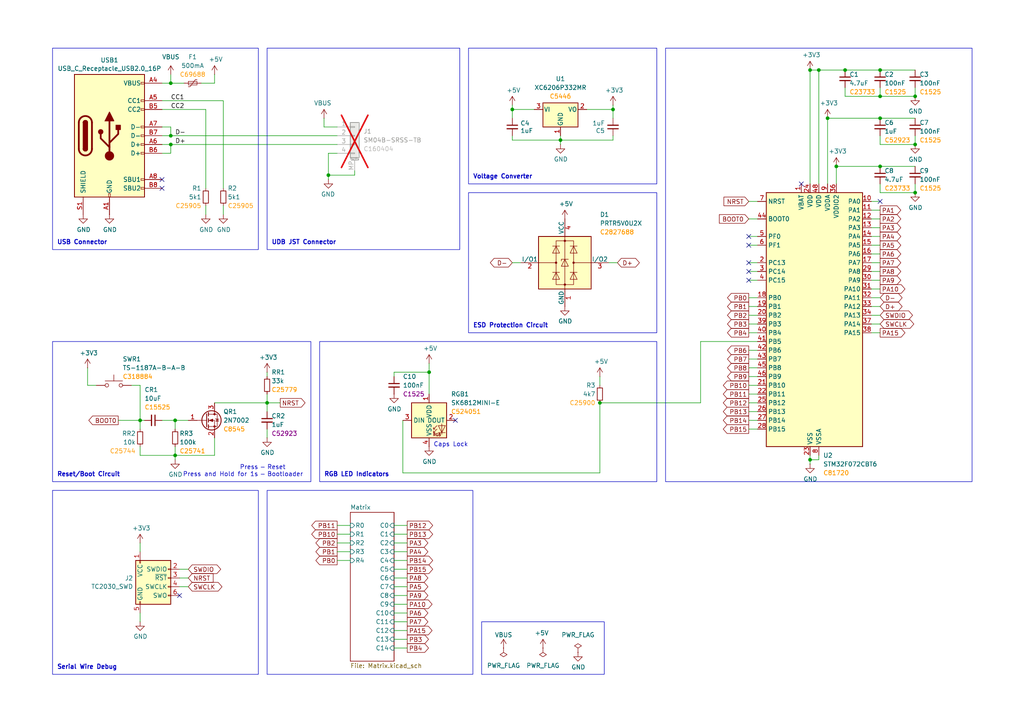
<source format=kicad_sch>
(kicad_sch (version 20231120) (generator "eeschema") (generator_version "8.0")
  (paper "A4")
  (lib_symbols
    (symbol "Connector:USB_C_Receptacle_USB2.0_16P" (pin_names (offset 1.016))
      (property "Reference" "J" (at 0 22.225 0))
      (property "Value" "USB_C_Receptacle_USB2.0_16P" (at 0 19.685 0))
      (symbol "USB_C_Receptacle_USB2.0_16P_1_1"
        (pin passive line (at 0 -22.86 90) (length 5.08) (name "GND") (number "A1"))
        (pin passive line (at 0 -22.86 90) (length 5.08) hide (name "GND") (number "A12"))
        (pin passive line (at 15.24 15.24 180) (length 5.08) (name "VBUS") (number "A4"))
        (pin bidirectional line (at 15.24 10.16 180) (length 5.08) (name "CC1") (number "A5"))
        (pin bidirectional line (at 15.24 -2.54 180) (length 5.08) (name "D+") (number "A6"))
        (pin bidirectional line (at 15.24 2.54 180) (length 5.08) (name "D-") (number "A7"))
        (pin bidirectional line (at 15.24 -12.7 180) (length 5.08) (name "SBU1") (number "A8"))
        (pin passive line (at 15.24 15.24 180) (length 5.08) hide (name "VBUS") (number "A9"))
        (pin passive line (at 0 -22.86 90) (length 5.08) hide (name "GND") (number "B1"))
        (pin passive line (at 0 -22.86 90) (length 5.08) hide (name "GND") (number "B12"))
        (pin passive line (at 15.24 15.24 180) (length 5.08) hide (name "VBUS") (number "B4"))
        (pin bidirectional line (at 15.24 7.62 180) (length 5.08) (name "CC2") (number "B5"))
        (pin bidirectional line (at 15.24 -5.08 180) (length 5.08) (name "D+") (number "B6"))
        (pin bidirectional line (at 15.24 0 180) (length 5.08) (name "D-") (number "B7"))
        (pin bidirectional line (at 15.24 -15.24 180) (length 5.08) (name "SBU2") (number "B8"))
        (pin passive line (at 15.24 15.24 180) (length 5.08) hide (name "VBUS") (number "B9"))
        (pin passive line (at -7.62 -22.86 90) (length 5.08) (name "SHIELD") (number "S1"))
      )
    )
    (symbol "Connector_Generic_MountingPin:Conn_01x04_MountingPin" (pin_names (offset 1.016) hide)
      (property "Reference" "J" (at 0 5.08 0))
      (property "Value" "Conn_01x04_MountingPin" (at 1.27 -7.62 0))
      (symbol "Conn_01x04_MountingPin_1_1"
        (text "Mounting" (at 0 -6.731 0) (effects (font (size 0.381 0.381))))
        (pin passive line (at -5.08 2.54 0) (length 3.81) (name "Pin_1") (number "1"))
        (pin passive line (at -5.08 0 0) (length 3.81) (name "Pin_2") (number "2"))
        (pin passive line (at -5.08 -2.54 0) (length 3.81) (name "Pin_3") (number "3"))
        (pin passive line (at -5.08 -5.08 0) (length 3.81) (name "Pin_4") (number "4"))
        (pin passive line (at 0 -10.16 90) (length 3.048) (name "MountPin") (number "MP"))
      )
    )
    (symbol "Device:C_Small" (pin_numbers hide) (pin_names (offset 0.254) hide)
      (property "Reference" "C" (at 0.254 1.778 0))
      (property "Value" "C_Small" (at 0.254 -2.032 0))
      (symbol "C_Small_1_1"
        (pin passive line (at 0 2.54 270) (length 2.032) (name "~") (number "1"))
        (pin passive line (at 0 -2.54 90) (length 2.032) (name "~") (number "2"))
      )
    )
    (symbol "Device:Polyfuse_Small" (pin_numbers hide) (pin_names (offset 0))
      (property "Reference" "F" (at -1.905 0 90))
      (property "Value" "Polyfuse_Small" (at 1.905 0 90))
      (symbol "Polyfuse_Small_1_1"
        (pin passive line (at 0 2.54 270) (length 0.635) (name "~") (number "1"))
        (pin passive line (at 0 -2.54 90) (length 0.635) (name "~") (number "2"))
      )
    )
    (symbol "Device:R_Small" (pin_numbers hide) (pin_names (offset 0.254) hide)
      (property "Reference" "R" (at 0.762 0.508 0))
      (property "Value" "R_Small" (at 0.762 -1.016 0))
      (symbol "R_Small_1_1"
        (pin passive line (at 0 2.54 270) (length 0.762) (name "~") (number "1"))
        (pin passive line (at 0 -2.54 90) (length 0.762) (name "~") (number "2"))
      )
    )
    (symbol "MCU_ST_STM32F0:STM32F072C8Tx"
      (property "Reference" "U" (at -12.7 39.37 0))
      (property "Value" "STM32F072C8Tx" (at 10.16 39.37 0))
      (symbol "STM32F072C8Tx_1_1"
        (pin power_in line (at -2.54 40.64 270) (length 2.54) (name "VBAT") (number "1"))
        (pin bidirectional line (at 17.78 35.56 180) (length 2.54) (name "PA0") (number "10"))
        (pin bidirectional line (at 17.78 33.02 180) (length 2.54) (name "PA1") (number "11"))
        (pin bidirectional line (at 17.78 30.48 180) (length 2.54) (name "PA2") (number "12"))
        (pin bidirectional line (at 17.78 27.94 180) (length 2.54) (name "PA3") (number "13"))
        (pin bidirectional line (at 17.78 25.4 180) (length 2.54) (name "PA4") (number "14"))
        (pin bidirectional line (at 17.78 22.86 180) (length 2.54) (name "PA5") (number "15"))
        (pin bidirectional line (at 17.78 20.32 180) (length 2.54) (name "PA6") (number "16"))
        (pin bidirectional line (at 17.78 17.78 180) (length 2.54) (name "PA7") (number "17"))
        (pin bidirectional line (at -15.24 7.62 0) (length 2.54) (name "PB0") (number "18"))
        (pin bidirectional line (at -15.24 5.08 0) (length 2.54) (name "PB1") (number "19"))
        (pin bidirectional line (at -15.24 17.78 0) (length 2.54) (name "PC13") (number "2"))
        (pin bidirectional line (at -15.24 2.54 0) (length 2.54) (name "PB2") (number "20"))
        (pin bidirectional line (at -15.24 -17.78 0) (length 2.54) (name "PB10") (number "21"))
        (pin bidirectional line (at -15.24 -20.32 0) (length 2.54) (name "PB11") (number "22"))
        (pin power_in line (at 0 -38.1 90) (length 2.54) (name "VSS") (number "23"))
        (pin power_in line (at 0 40.64 270) (length 2.54) (name "VDD") (number "24"))
        (pin bidirectional line (at -15.24 -22.86 0) (length 2.54) (name "PB12") (number "25"))
        (pin bidirectional line (at -15.24 -25.4 0) (length 2.54) (name "PB13") (number "26"))
        (pin bidirectional line (at -15.24 -27.94 0) (length 2.54) (name "PB14") (number "27"))
        (pin bidirectional line (at -15.24 -30.48 0) (length 2.54) (name "PB15") (number "28"))
        (pin bidirectional line (at 17.78 15.24 180) (length 2.54) (name "PA8") (number "29"))
        (pin bidirectional line (at -15.24 15.24 0) (length 2.54) (name "PC14") (number "3"))
        (pin bidirectional line (at 17.78 12.7 180) (length 2.54) (name "PA9") (number "30"))
        (pin bidirectional line (at 17.78 10.16 180) (length 2.54) (name "PA10") (number "31"))
        (pin bidirectional line (at 17.78 7.62 180) (length 2.54) (name "PA11") (number "32"))
        (pin bidirectional line (at 17.78 5.08 180) (length 2.54) (name "PA12") (number "33"))
        (pin bidirectional line (at 17.78 2.54 180) (length 2.54) (name "PA13") (number "34"))
        (pin passive line (at 0 -38.1 90) (length 2.54) hide (name "VSS") (number "35"))
        (pin power_in line (at 7.62 40.64 270) (length 2.54) (name "VDDIO2") (number "36"))
        (pin bidirectional line (at 17.78 0 180) (length 2.54) (name "PA14") (number "37"))
        (pin bidirectional line (at 17.78 -2.54 180) (length 2.54) (name "PA15") (number "38"))
        (pin bidirectional line (at -15.24 0 0) (length 2.54) (name "PB3") (number "39"))
        (pin bidirectional line (at -15.24 12.7 0) (length 2.54) (name "PC15") (number "4"))
        (pin bidirectional line (at -15.24 -2.54 0) (length 2.54) (name "PB4") (number "40"))
        (pin bidirectional line (at -15.24 -5.08 0) (length 2.54) (name "PB5") (number "41"))
        (pin bidirectional line (at -15.24 -7.62 0) (length 2.54) (name "PB6") (number "42"))
        (pin bidirectional line (at -15.24 -10.16 0) (length 2.54) (name "PB7") (number "43"))
        (pin input line (at -15.24 30.48 0) (length 2.54) (name "BOOT0") (number "44"))
        (pin bidirectional line (at -15.24 -12.7 0) (length 2.54) (name "PB8") (number "45"))
        (pin bidirectional line (at -15.24 -15.24 0) (length 2.54) (name "PB9") (number "46"))
        (pin passive line (at 0 -38.1 90) (length 2.54) hide (name "VSS") (number "47"))
        (pin power_in line (at 2.54 40.64 270) (length 2.54) (name "VDD") (number "48"))
        (pin bidirectional line (at -15.24 25.4 0) (length 2.54) (name "PF0") (number "5"))
        (pin bidirectional line (at -15.24 22.86 0) (length 2.54) (name "PF1") (number "6"))
        (pin input line (at -15.24 35.56 0) (length 2.54) (name "NRST") (number "7"))
        (pin power_in line (at 2.54 -38.1 90) (length 2.54) (name "VSSA") (number "8"))
        (pin power_in line (at 5.08 40.64 270) (length 2.54) (name "VDDA") (number "9"))
      )
    )
    (symbol "PCM_marbastlib-various:SK6812MINI-E"
      (property "Reference" "LED" (at 2.54 6.35 0))
      (property "Value" "SK6812MINI-E" (at 7.62 -6.35 0))
      (symbol "SK6812MINI-E_0_0"
        (text "RGB" (at 2.286 -4.191 0) (effects (font (size 0.762 0.762))))
      )
      (symbol "SK6812MINI-E_1_1"
        (pin power_in line (at 0 7.62 270) (length 2.54) (name "VDD") (number "1"))
        (pin output line (at 7.62 0 180) (length 2.54) (name "DOUT") (number "2"))
        (pin input line (at -7.62 0 0) (length 2.54) (name "DIN") (number "3"))
        (pin power_in line (at 0 -7.62 90) (length 2.54) (name "VSS") (number "4"))
      )
    )
    (symbol "PCM_marbastlib-various:TC2030_SWD" (pin_names (offset 1.016))
      (property "Reference" "J" (at -3.81 -6.35 0))
      (property "Value" "TC2030_SWD" (at -10.16 8.89 0))
      (symbol "TC2030_SWD_1_1"
        (pin passive line (at 5.08 10.16 270) (length 2.54) (name "VCC") (number "1"))
        (pin passive line (at -6.35 5.08 0) (length 2.54) (name "SWDIO") (number "2"))
        (pin passive line (at -6.35 2.54 0) (length 2.54) (name "~{RST}") (number "3"))
        (pin passive line (at -6.35 0 0) (length 2.54) (name "SWCLK") (number "4"))
        (pin passive line (at 5.08 -7.62 90) (length 2.54) (name "GND") (number "5"))
        (pin passive line (at -6.35 -2.54 0) (length 2.54) (name "SWO") (number "6"))
      )
    )
    (symbol "Power_Protection:PRTR5V0U2X" (pin_names (offset 0))
      (property "Reference" "D" (at 2.794 8.636 0))
      (property "Value" "PRTR5V0U2X" (at 8.128 -9.398 0))
      (symbol "PRTR5V0U2X_1_1"
        (pin passive line (at 0 -12.7 90) (length 5.08) (name "GND") (number "1"))
        (pin passive line (at -12.7 0 0) (length 5.08) (name "I/O1") (number "2"))
        (pin passive line (at 12.7 0 180) (length 5.08) (name "I/O2") (number "3"))
        (pin passive line (at 0 12.7 270) (length 5.08) (name "VCC") (number "4"))
      )
    )
    (symbol "Regulator_Linear:XC6206PxxxMR" (pin_names (offset 0.254))
      (property "Reference" "U" (at -3.81 3.175 0))
      (property "Value" "XC6206PxxxMR" (at 0 3.175 0))
      (symbol "XC6206PxxxMR_1_1"
        (pin power_in line (at 0 -7.62 90) (length 2.54) (name "GND") (number "1"))
        (pin power_out line (at 7.62 0 180) (length 2.54) (name "VO") (number "2"))
        (pin power_in line (at -7.62 0 0) (length 2.54) (name "VI") (number "3"))
      )
    )
    (symbol "Switch:SW_Push" (pin_numbers hide) (pin_names (offset 1.016) hide)
      (property "Reference" "SW" (at 1.27 2.54 0))
      (property "Value" "SW_Push" (at 0 -1.524 0))
      (symbol "SW_Push_0_1"
        (pin passive line (at -5.08 0 0) (length 2.54) (name "1") (number "1"))
        (pin passive line (at 5.08 0 180) (length 2.54) (name "2") (number "2"))
      )
    )
    (symbol "Transistor_FET:2N7002" (pin_names hide)
      (property "Reference" "Q" (at 5.08 1.905 0))
      (property "Value" "2N7002" (at 5.08 0 0))
      (symbol "2N7002_1_1"
        (pin input line (at -5.08 0 0) (length 2.54) (name "G") (number "1"))
        (pin passive line (at 2.54 -5.08 90) (length 2.54) (name "S") (number "2"))
        (pin passive line (at 2.54 5.08 270) (length 2.54) (name "D") (number "3"))
      )
    )
    (symbol "power:+3V3" (power) (pin_numbers hide) (pin_names (offset 0) hide)
      (property "Value" "+3V3" (at 0 3.556 0))
      (symbol "+3V3_1_1"
        (pin power_in line (at 0 0 90) (length 0) (name "~") (number "1"))
      )
    )
    (symbol "power:+5V" (power) (pin_numbers hide) (pin_names (offset 0) hide)
      (property "Value" "+5V" (at 0 3.556 0))
      (symbol "+5V_1_1"
        (pin power_in line (at 0 0 90) (length 0) (name "~") (number "1"))
      )
    )
    (symbol "power:GND" (power) (pin_numbers hide) (pin_names (offset 0) hide)
      (property "Value" "GND" (at 0 -3.81 0))
      (symbol "GND_1_1"
        (pin power_in line (at 0 0 270) (length 0) (name "~") (number "1"))
      )
    )
    (symbol "power:PWR_FLAG" (power) (pin_numbers hide) (pin_names (offset 0) hide)
      (property "Value" "PWR_FLAG" (at 0 3.81 0))
      (symbol "PWR_FLAG_0_0"
        (pin power_out line (at 0 0 90) (length 0) (name "~") (number "1"))
      )
    )
    (symbol "power:VBUS" (power) (pin_numbers hide) (pin_names (offset 0) hide)
      (property "Value" "VBUS" (at 0 3.556 0))
      (symbol "VBUS_1_1"
        (pin power_in line (at 0 0 90) (length 0) (name "~") (number "1"))
      )
    )
  )
  (junction (at 50.8 121.92))
  (junction (at 245.11 20.32))
  (junction (at 255.27 34.29))
  (junction (at 148.59 31.75))
  (junction (at 173.99 116.84))
  (junction (at 234.95 20.32))
  (junction (at 40.64 121.92))
  (junction (at 124.46 107.95))
  (junction (at 240.03 34.29))
  (junction (at 162.56 40.64))
  (junction (at 77.47 116.84))
  (junction (at 255.27 27.94))
  (junction (at 49.53 39.37))
  (junction (at 255.27 48.26))
  (junction (at 242.57 48.26))
  (junction (at 50.8 132.08))
  (junction (at 265.43 55.88))
  (junction (at 265.43 41.91))
  (junction (at 255.27 20.32))
  (junction (at 265.43 27.94))
  (junction (at 49.53 24.13))
  (junction (at 237.49 20.32))
  (junction (at 177.8 31.75))
  (junction (at 49.53 41.91))
  (junction (at 234.95 133.35))
  (junction (at 95.25 50.8))
  (no_connect (at 217.17 68.58))
  (no_connect (at 52.07 172.72))
  (no_connect (at 217.17 71.12))
  (no_connect (at 46.99 54.61))
  (no_connect (at 255.27 58.42))
  (no_connect (at 46.99 52.07))
  (no_connect (at 217.17 76.2))
  (no_connect (at 232.41 53.34))
  (no_connect (at 132.08 121.92))
  (no_connect (at 217.17 81.28))
  (no_connect (at 217.17 78.74))
  (wire (pts (xy 217.17 106.68) (xy 219.71 106.68)))
  (wire (pts (xy 59.69 54.61) (xy 59.69 31.75)))
  (wire (pts (xy 252.73 78.74) (xy 255.27 78.74)))
  (wire (pts (xy 25.4 106.68) (xy 25.4 111.76)))
  (wire (pts (xy 245.11 25.4) (xy 245.11 27.94)))
  (wire (pts (xy 265.43 55.88) (xy 265.43 53.34)))
  (wire (pts (xy 49.53 41.91) (xy 49.53 44.45)))
  (wire (pts (xy 40.64 111.76) (xy 40.64 121.92)))
  (wire (pts (xy 114.3 167.64) (xy 118.11 167.64)))
  (wire (pts (xy 265.43 39.37) (xy 265.43 41.91)))
  (wire (pts (xy 49.53 39.37) (xy 46.99 39.37)))
  (wire (pts (xy 114.3 170.18) (xy 118.11 170.18)))
  (wire (pts (xy 41.91 121.92) (xy 40.64 121.92)))
  (wire (pts (xy 59.69 31.75) (xy 46.99 31.75)))
  (wire (pts (xy 252.73 81.28) (xy 255.27 81.28)))
  (wire (pts (xy 255.27 39.37) (xy 255.27 41.91)))
  (wire (pts (xy 97.79 152.4) (xy 101.6 152.4)))
  (wire (pts (xy 148.59 31.75) (xy 148.59 34.29)))
  (wire (pts (xy 162.56 39.37) (xy 162.56 40.64)))
  (wire (pts (xy 217.17 91.44) (xy 219.71 91.44)))
  (wire (pts (xy 49.53 24.13) (xy 46.99 24.13)))
  (wire (pts (xy 49.53 36.83) (xy 49.53 39.37)))
  (wire (pts (xy 40.64 157.48) (xy 40.64 160.02)))
  (wire (pts (xy 114.3 177.8) (xy 118.11 177.8)))
  (wire (pts (xy 97.79 154.94) (xy 101.6 154.94)))
  (wire (pts (xy 255.27 93.98) (xy 252.73 93.98)))
  (wire (pts (xy 177.8 40.64) (xy 177.8 39.37)))
  (wire (pts (xy 203.2 99.06) (xy 203.2 116.84)))
  (wire (pts (xy 217.17 96.52) (xy 219.71 96.52)))
  (wire (pts (xy 114.3 172.72) (xy 118.11 172.72)))
  (wire (pts (xy 265.43 25.4) (xy 265.43 27.94)))
  (wire (pts (xy 217.17 116.84) (xy 219.71 116.84)))
  (wire (pts (xy 242.57 53.34) (xy 242.57 48.26)))
  (wire (pts (xy 217.17 68.58) (xy 219.71 68.58)))
  (wire (pts (xy 255.27 88.9) (xy 252.73 88.9)))
  (wire (pts (xy 237.49 133.35) (xy 237.49 132.08)))
  (wire (pts (xy 102.87 50.8) (xy 95.25 50.8)))
  (wire (pts (xy 265.43 34.29) (xy 255.27 34.29)))
  (wire (pts (xy 173.99 137.16) (xy 173.99 116.84)))
  (wire (pts (xy 217.17 78.74) (xy 219.71 78.74)))
  (wire (pts (xy 255.27 20.32) (xy 245.11 20.32)))
  (wire (pts (xy 114.3 160.02) (xy 118.11 160.02)))
  (wire (pts (xy 34.29 121.92) (xy 40.64 121.92)))
  (wire (pts (xy 49.53 41.91) (xy 46.99 41.91)))
  (wire (pts (xy 97.79 160.02) (xy 101.6 160.02)))
  (wire (pts (xy 102.87 49.53) (xy 102.87 50.8)))
  (wire (pts (xy 242.57 48.26) (xy 255.27 48.26)))
  (wire (pts (xy 97.79 162.56) (xy 101.6 162.56)))
  (wire (pts (xy 49.53 41.91) (xy 97.79 41.91)))
  (wire (pts (xy 255.27 25.4) (xy 255.27 27.94)))
  (wire (pts (xy 114.3 109.22) (xy 114.3 107.95)))
  (wire (pts (xy 217.17 88.9) (xy 219.71 88.9)))
  (wire (pts (xy 62.23 132.08) (xy 62.23 127)))
  (wire (pts (xy 93.98 34.29) (xy 93.98 36.83)))
  (wire (pts (xy 97.79 157.48) (xy 101.6 157.48)))
  (wire (pts (xy 217.17 63.5) (xy 219.71 63.5)))
  (wire (pts (xy 50.8 121.92) (xy 54.61 121.92)))
  (wire (pts (xy 255.27 41.91) (xy 265.43 41.91)))
  (wire (pts (xy 217.17 114.3) (xy 219.71 114.3)))
  (wire (pts (xy 252.73 83.82) (xy 255.27 83.82)))
  (wire (pts (xy 237.49 20.32) (xy 245.11 20.32)))
  (wire (pts (xy 252.73 73.66) (xy 255.27 73.66)))
  (wire (pts (xy 217.17 101.6) (xy 219.71 101.6)))
  (wire (pts (xy 46.99 36.83) (xy 49.53 36.83)))
  (wire (pts (xy 245.11 27.94) (xy 255.27 27.94)))
  (wire (pts (xy 217.17 104.14) (xy 219.71 104.14)))
  (wire (pts (xy 114.3 180.34) (xy 118.11 180.34)))
  (wire (pts (xy 81.28 116.84) (xy 77.47 116.84)))
  (wire (pts (xy 114.3 154.94) (xy 118.11 154.94)))
  (wire (pts (xy 148.59 76.2) (xy 151.13 76.2)))
  (wire (pts (xy 217.17 86.36) (xy 219.71 86.36)))
  (wire (pts (xy 217.17 121.92) (xy 219.71 121.92)))
  (wire (pts (xy 50.8 132.08) (xy 62.23 132.08)))
  (wire (pts (xy 50.8 133.35) (xy 50.8 132.08)))
  (wire (pts (xy 234.95 133.35) (xy 237.49 133.35)))
  (wire (pts (xy 217.17 124.46) (xy 219.71 124.46)))
  (wire (pts (xy 177.8 31.75) (xy 177.8 30.48)))
  (wire (pts (xy 148.59 39.37) (xy 148.59 40.64)))
  (wire (pts (xy 217.17 111.76) (xy 219.71 111.76)))
  (wire (pts (xy 77.47 107.95) (xy 77.47 109.22)))
  (wire (pts (xy 46.99 121.92) (xy 50.8 121.92)))
  (wire (pts (xy 162.56 40.64) (xy 177.8 40.64)))
  (wire (pts (xy 234.95 53.34) (xy 234.95 20.32)))
  (wire (pts (xy 40.64 121.92) (xy 40.64 124.46)))
  (wire (pts (xy 38.1 111.76) (xy 40.64 111.76)))
  (wire (pts (xy 95.25 44.45) (xy 95.25 50.8)))
  (wire (pts (xy 203.2 99.06) (xy 219.71 99.06)))
  (wire (pts (xy 252.73 68.58) (xy 255.27 68.58)))
  (wire (pts (xy 114.3 162.56) (xy 118.11 162.56)))
  (wire (pts (xy 25.4 111.76) (xy 27.94 111.76)))
  (wire (pts (xy 217.17 93.98) (xy 219.71 93.98)))
  (wire (pts (xy 114.3 165.1) (xy 118.11 165.1)))
  (wire (pts (xy 114.3 152.4) (xy 118.11 152.4)))
  (wire (pts (xy 252.73 96.52) (xy 255.27 96.52)))
  (wire (pts (xy 49.53 44.45) (xy 46.99 44.45)))
  (wire (pts (xy 95.25 50.8) (xy 95.25 52.07)))
  (wire (pts (xy 203.2 116.84) (xy 173.99 116.84)))
  (wire (pts (xy 114.3 185.42) (xy 118.11 185.42)))
  (wire (pts (xy 234.95 20.32) (xy 237.49 20.32)))
  (wire (pts (xy 265.43 20.32) (xy 255.27 20.32)))
  (wire (pts (xy 255.27 55.88) (xy 265.43 55.88)))
  (wire (pts (xy 217.17 109.22) (xy 219.71 109.22)))
  (wire (pts (xy 217.17 76.2) (xy 219.71 76.2)))
  (wire (pts (xy 40.64 132.08) (xy 50.8 132.08)))
  (wire (pts (xy 237.49 20.32) (xy 237.49 53.34)))
  (wire (pts (xy 40.64 129.54) (xy 40.64 132.08)))
  (wire (pts (xy 114.3 107.95) (xy 124.46 107.95)))
  (wire (pts (xy 148.59 40.64) (xy 162.56 40.64)))
  (wire (pts (xy 240.03 34.29) (xy 255.27 34.29)))
  (wire (pts (xy 49.53 24.13) (xy 53.34 24.13)))
  (wire (pts (xy 252.73 71.12) (xy 255.27 71.12)))
  (wire (pts (xy 114.3 175.26) (xy 118.11 175.26)))
  (wire (pts (xy 255.27 27.94) (xy 265.43 27.94)))
  (wire (pts (xy 116.84 137.16) (xy 173.99 137.16)))
  (wire (pts (xy 240.03 34.29) (xy 240.03 53.34)))
  (wire (pts (xy 255.27 55.88) (xy 255.27 53.34)))
  (wire (pts (xy 62.23 24.13) (xy 62.23 21.59)))
  (wire (pts (xy 114.3 182.88) (xy 118.11 182.88)))
  (wire (pts (xy 59.69 59.69) (xy 59.69 62.23)))
  (wire (pts (xy 97.79 44.45) (xy 95.25 44.45)))
  (wire (pts (xy 176.53 76.2) (xy 179.07 76.2)))
  (wire (pts (xy 252.73 58.42) (xy 255.27 58.42)))
  (wire (pts (xy 217.17 81.28) (xy 219.71 81.28)))
  (wire (pts (xy 97.79 36.83) (xy 93.98 36.83)))
  (wire (pts (xy 52.07 167.64) (xy 54.61 167.64)))
  (wire (pts (xy 49.53 21.59) (xy 49.53 24.13)))
  (wire (pts (xy 58.42 24.13) (xy 62.23 24.13)))
  (wire (pts (xy 77.47 114.3) (xy 77.47 116.84)))
  (wire (pts (xy 62.23 116.84) (xy 77.47 116.84)))
  (wire (pts (xy 252.73 76.2) (xy 255.27 76.2)))
  (wire (pts (xy 64.77 29.21) (xy 64.77 54.61)))
  (wire (pts (xy 252.73 63.5) (xy 255.27 63.5)))
  (wire (pts (xy 52.07 170.18) (xy 54.61 170.18)))
  (wire (pts (xy 124.46 105.41) (xy 124.46 107.95)))
  (wire (pts (xy 252.73 66.04) (xy 255.27 66.04)))
  (wire (pts (xy 217.17 119.38) (xy 219.71 119.38)))
  (wire (pts (xy 162.56 40.64) (xy 162.56 41.91)))
  (wire (pts (xy 77.47 124.46) (xy 77.47 127)))
  (wire (pts (xy 173.99 109.22) (xy 173.99 111.76)))
  (wire (pts (xy 114.3 187.96) (xy 118.11 187.96)))
  (wire (pts (xy 177.8 31.75) (xy 177.8 34.29)))
  (wire (pts (xy 255.27 91.44) (xy 252.73 91.44)))
  (wire (pts (xy 148.59 30.48) (xy 148.59 31.75)))
  (wire (pts (xy 255.27 86.36) (xy 252.73 86.36)))
  (wire (pts (xy 114.3 157.48) (xy 118.11 157.48)))
  (wire (pts (xy 217.17 71.12) (xy 219.71 71.12)))
  (wire (pts (xy 234.95 133.35) (xy 234.95 134.62)))
  (wire (pts (xy 40.64 180.34) (xy 40.64 177.8)))
  (wire (pts (xy 50.8 124.46) (xy 50.8 121.92)))
  (wire (pts (xy 124.46 107.95) (xy 124.46 114.3)))
  (wire (pts (xy 46.99 29.21) (xy 64.77 29.21)))
  (wire (pts (xy 217.17 58.42) (xy 219.71 58.42)))
  (wire (pts (xy 54.61 165.1) (xy 52.07 165.1)))
  (wire (pts (xy 77.47 116.84) (xy 77.47 119.38)))
  (wire (pts (xy 234.95 132.08) (xy 234.95 133.35)))
  (wire (pts (xy 50.8 129.54) (xy 50.8 132.08)))
  (wire (pts (xy 255.27 48.26) (xy 265.43 48.26)))
  (wire (pts (xy 148.59 31.75) (xy 154.94 31.75)))
  (wire (pts (xy 170.18 31.75) (xy 177.8 31.75)))
  (wire (pts (xy 64.77 59.69) (xy 64.77 62.23)))
  (wire (pts (xy 252.73 60.96) (xy 255.27 60.96)))
  (wire (pts (xy 116.84 121.92) (xy 116.84 137.16)))
  (wire (pts (xy 49.53 39.37) (xy 97.79 39.37)))
  (rectangle (start 139.7 180.34) (end 175.26 195.58))
  (rectangle (start 77.47 142.24) (end 137.16 195.58))
  (rectangle (start 193.04 13.97) (end 281.94 139.7))
  (rectangle (start 15.24 13.97) (end 74.93 72.39))
  (rectangle (start 92.71 99.06) (end 190.5 139.7))
  (rectangle (start 77.47 13.97) (end 133.35 72.39))
  (rectangle (start 135.89 55.88) (end 190.5 96.52))
  (rectangle (start 15.24 142.24) (end 74.93 195.58))
  (rectangle (start 135.89 13.97) (end 190.5 53.34))
  (rectangle (start 15.24 99.06) (end 90.17 139.7))
  (text "Reset\nBootloader" (at 77.47 138.43 0) (effects (font (size 1.27 1.27)) (justify left bottom)))
  (text "-\n-" (at 76.2 138.43 0) (effects (font (size 1.27 1.27)) (justify bottom)))
  (text "ESD Protection Circuit" (at 137.16 95.25 0) (effects (font (size 1.27 1.27) (thickness 0.254) (bold yes)) (justify left bottom)))
  (text "Voltage Converter" (at 137.16 52.07 0) (effects (font (size 1.27 1.27) (thickness 0.254) (bold yes)) (justify left bottom)))
  (text "Caps Lock" (at 125.73 128.27 0) (effects (font (size 1.27 1.27)) (justify left top)))
  (text "Serial Wire Debug" (at 16.51 194.31 0) (effects (font (size 1.27 1.27) (thickness 0.254) (bold yes)) (justify left bottom)))
  (text "Press\nPress and Hold for 1s" (at 74.93 138.43 0) (effects (font (size 1.27 1.27)) (justify right bottom)))
  (text "Reset/Boot Circuit" (at 16.51 138.43 0) (effects (font (size 1.27 1.27) (thickness 0.254) (bold yes)) (justify left bottom)))
  (text "USB Connector" (at 16.51 71.12 0) (effects (font (size 1.27 1.27) (thickness 0.254) (bold yes)) (justify left bottom)))
  (text "UDB JST Connector" (at 78.74 71.12 0) (effects (font (size 1.27 1.27) (thickness 0.254) (bold yes)) (justify left bottom)))
  (text "RGB LED Indicators" (at 93.98 138.43 0) (effects (font (size 1.27 1.27) (thickness 0.254) (bold yes)) (justify left bottom)))
  (label "CC1" (at 49.53 29.21 0))
  (label "D-" (at 50.8 39.37 0))
  (label "D+" (at 50.8 41.91 0))
  (label "CC2" (at 49.53 31.75 0))
  (global_label "PA8" (shape output) (at 118.11 167.64 0) (property "Intersheetrefs" "${INTERSHEET_REFS}" (effects (hide yes))))
  (global_label "PB3" (shape output) (at 217.17 93.98 180) (property "Intersheetrefs" "${INTERSHEET_REFS}" (effects (hide yes))))
  (global_label "PB2" (shape output) (at 97.79 157.48 180) (property "Intersheetrefs" "${INTERSHEET_REFS}" (effects (hide yes))))
  (global_label "PB0" (shape output) (at 97.79 162.56 180) (property "Intersheetrefs" "${INTERSHEET_REFS}" (effects (hide yes))))
  (global_label "PA4" (shape output) (at 118.11 160.02 0) (property "Intersheetrefs" "${INTERSHEET_REFS}" (effects (hide yes))))
  (global_label "PB13" (shape output) (at 118.11 154.94 0) (property "Intersheetrefs" "${INTERSHEET_REFS}" (effects (hide yes))))
  (global_label "PB9" (shape output) (at 217.17 109.22 180) (property "Intersheetrefs" "${INTERSHEET_REFS}" (effects (hide yes))))
  (global_label "PB11" (shape output) (at 217.17 114.3 180) (property "Intersheetrefs" "${INTERSHEET_REFS}" (effects (hide yes))))
  (global_label "PB15" (shape output) (at 217.17 124.46 180) (property "Intersheetrefs" "${INTERSHEET_REFS}" (effects (hide yes))))
  (global_label "PA9" (shape output) (at 255.27 81.28 0) (property "Intersheetrefs" "${INTERSHEET_REFS}" (effects (hide yes))))
  (global_label "PB10" (shape output) (at 217.17 111.76 180) (property "Intersheetrefs" "${INTERSHEET_REFS}" (effects (hide yes))))
  (global_label "D+" (shape bidirectional) (at 255.27 88.9 0) (property "Intersheetrefs" "${INTERSHEET_REFS}" (effects (hide yes))))
  (global_label "NRST" (shape input) (at 54.61 167.64 0) (property "Intersheetrefs" "${INTERSHEET_REFS}" (effects (hide yes))))
  (global_label "PB1" (shape output) (at 97.79 160.02 180) (property "Intersheetrefs" "${INTERSHEET_REFS}" (effects (hide yes))))
  (global_label "PA6" (shape output) (at 118.11 177.8 0) (property "Intersheetrefs" "${INTERSHEET_REFS}" (effects (hide yes))))
  (global_label "SWCLK" (shape bidirectional) (at 255.27 93.98 0) (property "Intersheetrefs" "${INTERSHEET_REFS}" (effects (hide yes))))
  (global_label "PA10" (shape output) (at 118.11 175.26 0) (property "Intersheetrefs" "${INTERSHEET_REFS}" (effects (hide yes))))
  (global_label "PA1" (shape output) (at 255.27 60.96 0) (property "Intersheetrefs" "${INTERSHEET_REFS}" (effects (hide yes))))
  (global_label "SWCLK" (shape bidirectional) (at 54.61 170.18 0) (property "Intersheetrefs" "${INTERSHEET_REFS}" (effects (hide yes))))
  (global_label "PB4" (shape output) (at 118.11 187.96 0) (property "Intersheetrefs" "${INTERSHEET_REFS}" (effects (hide yes))))
  (global_label "PA5" (shape output) (at 118.11 170.18 0) (property "Intersheetrefs" "${INTERSHEET_REFS}" (effects (hide yes))))
  (global_label "PB6" (shape output) (at 217.17 101.6 180) (property "Intersheetrefs" "${INTERSHEET_REFS}" (effects (hide yes))))
  (global_label "PA5" (shape output) (at 255.27 71.12 0) (property "Intersheetrefs" "${INTERSHEET_REFS}" (effects (hide yes))))
  (global_label "PB1" (shape output) (at 217.17 88.9 180) (property "Intersheetrefs" "${INTERSHEET_REFS}" (effects (hide yes))))
  (global_label "NRST" (shape output) (at 81.28 116.84 0) (property "Intersheetrefs" "${INTERSHEET_REFS}" (effects (hide yes))))
  (global_label "PB8" (shape output) (at 217.17 106.68 180) (property "Intersheetrefs" "${INTERSHEET_REFS}" (effects (hide yes))))
  (global_label "PB12" (shape output) (at 217.17 116.84 180) (property "Intersheetrefs" "${INTERSHEET_REFS}" (effects (hide yes))))
  (global_label "PB0" (shape output) (at 217.17 86.36 180) (property "Intersheetrefs" "${INTERSHEET_REFS}" (effects (hide yes))))
  (global_label "PA15" (shape output) (at 118.11 182.88 0) (property "Intersheetrefs" "${INTERSHEET_REFS}" (effects (hide yes))))
  (global_label "D-" (shape bidirectional) (at 255.27 86.36 0) (property "Intersheetrefs" "${INTERSHEET_REFS}" (effects (hide yes))))
  (global_label "PA10" (shape output) (at 255.27 83.82 0) (property "Intersheetrefs" "${INTERSHEET_REFS}" (effects (hide yes))))
  (global_label "PB15" (shape output) (at 118.11 165.1 0) (property "Intersheetrefs" "${INTERSHEET_REFS}" (effects (hide yes))))
  (global_label "PB14" (shape output) (at 118.11 162.56 0) (property "Intersheetrefs" "${INTERSHEET_REFS}" (effects (hide yes))))
  (global_label "PA3" (shape output) (at 255.27 66.04 0) (property "Intersheetrefs" "${INTERSHEET_REFS}" (effects (hide yes))))
  (global_label "PA8" (shape output) (at 255.27 78.74 0) (property "Intersheetrefs" "${INTERSHEET_REFS}" (effects (hide yes))))
  (global_label "SWDIO" (shape bidirectional) (at 54.61 165.1 0) (property "Intersheetrefs" "${INTERSHEET_REFS}" (effects (hide yes))))
  (global_label "PB7" (shape output) (at 217.17 104.14 180) (property "Intersheetrefs" "${INTERSHEET_REFS}" (effects (hide yes))))
  (global_label "PB2" (shape output) (at 217.17 91.44 180) (property "Intersheetrefs" "${INTERSHEET_REFS}" (effects (hide yes))))
  (global_label "PA7" (shape output) (at 118.11 180.34 0) (property "Intersheetrefs" "${INTERSHEET_REFS}" (effects (hide yes))))
  (global_label "PB10" (shape output) (at 97.79 154.94 180) (property "Intersheetrefs" "${INTERSHEET_REFS}" (effects (hide yes))))
  (global_label "PB13" (shape output) (at 217.17 119.38 180) (property "Intersheetrefs" "${INTERSHEET_REFS}" (effects (hide yes))))
  (global_label "PB3" (shape output) (at 118.11 185.42 0) (property "Intersheetrefs" "${INTERSHEET_REFS}" (effects (hide yes))))
  (global_label "PB4" (shape output) (at 217.17 96.52 180) (property "Intersheetrefs" "${INTERSHEET_REFS}" (effects (hide yes))))
  (global_label "D-" (shape bidirectional) (at 148.59 76.2 180) (property "Intersheetrefs" "${INTERSHEET_REFS}" (effects (hide yes))))
  (global_label "NRST" (shape input) (at 217.17 58.42 180) (property "Intersheetrefs" "${INTERSHEET_REFS}" (effects (hide yes))))
  (global_label "SWDIO" (shape bidirectional) (at 255.27 91.44 0) (property "Intersheetrefs" "${INTERSHEET_REFS}" (effects (hide yes))))
  (global_label "PA4" (shape output) (at 255.27 68.58 0) (property "Intersheetrefs" "${INTERSHEET_REFS}" (effects (hide yes))))
  (global_label "D+" (shape bidirectional) (at 179.07 76.2 0) (property "Intersheetrefs" "${INTERSHEET_REFS}" (effects (hide yes))))
  (global_label "PA2" (shape output) (at 255.27 63.5 0) (property "Intersheetrefs" "${INTERSHEET_REFS}" (effects (hide yes))))
  (global_label "BOOT0" (shape output) (at 34.29 121.92 180) (property "Intersheetrefs" "${INTERSHEET_REFS}" (effects (hide yes))))
  (global_label "PB11" (shape output) (at 97.79 152.4 180) (property "Intersheetrefs" "${INTERSHEET_REFS}" (effects (hide yes))))
  (global_label "PB14" (shape output) (at 217.17 121.92 180) (property "Intersheetrefs" "${INTERSHEET_REFS}" (effects (hide yes))))
  (global_label "PA7" (shape output) (at 255.27 76.2 0) (property "Intersheetrefs" "${INTERSHEET_REFS}" (effects (hide yes))))
  (global_label "PB12" (shape output) (at 118.11 152.4 0) (property "Intersheetrefs" "${INTERSHEET_REFS}" (effects (hide yes))))
  (global_label "PA3" (shape output) (at 118.11 157.48 0) (property "Intersheetrefs" "${INTERSHEET_REFS}" (effects (hide yes))))
  (global_label "BOOT0" (shape input) (at 217.17 63.5 180) (property "Intersheetrefs" "${INTERSHEET_REFS}" (effects (hide yes))))
  (global_label "PA6" (shape output) (at 255.27 73.66 0) (property "Intersheetrefs" "${INTERSHEET_REFS}" (effects (hide yes))))
  (global_label "PA15" (shape output) (at 255.27 96.52 0) (property "Intersheetrefs" "${INTERSHEET_REFS}" (effects (hide yes))))
  (global_label "PA9" (shape output) (at 118.11 172.72 0) (property "Intersheetrefs" "${INTERSHEET_REFS}" (effects (hide yes))))
  (symbol (lib_id "power:GND") (at 265.43 41.91 0) (unit 1)
    (property "Reference" "#PWR010" (effects (hide yes)))
    (property "Value" "GND" (at 265.5316 46.2534 0))
  )
  (symbol (lib_id "power:GND") (at 50.8 133.35 0) (unit 1)
    (property "Reference" "#PWR023" (effects (hide yes)))
    (property "Value" "GND" (at 50.9016 137.6172 0))
  )
  (symbol (lib_id "power:PWR_FLAG") (at 167.64 189.23 0) (unit 1)
    (property "Reference" "#FLG03" (effects (hide yes)))
    (property "Value" "PWR_FLAG" (at 167.64 184.15 0))
    (property "Description" "Special symbol for telling ERC where power comes from" (effects (hide yes)))
  )
  (symbol (lib_id "Device:R_Small") (at 64.77 57.15 0) (unit 1)
    (property "Reference" "R2" (at 66.04 54.61 0) (effects (justify left)))
    (property "Value" "5k1" (at 66.04 57.15 0) (effects (justify left)))
    (property "Footprint" "Resistor_SMD:R_0402_1005Metric" (effects (hide yes)))
    (property "LCSC" "C25905" (at 66.04 59.69 0) (effects (justify left)))
    (property "MPN" "0402WGF5101TCE" (effects (hide yes)))
  )
  (symbol (lib_id "power:+5V") (at 157.48 187.96 0) (mirror y) (unit 1)
    (property "Reference" "#PWR028" (effects (hide yes)))
    (property "Value" "+5V" (at 157.1244 183.5912 0))
  )
  (symbol (lib_id "Device:C_Small") (at 255.27 50.8 0) (unit 1)
    (property "Reference" "C8" (at 256.54 49.53 0) (effects (justify left)))
    (property "Value" "4.7uF" (at 256.54 52.07 0) (effects (justify left)))
    (property "Footprint" "Capacitor_SMD:C_0402_1005Metric" (effects (hide yes)))
    (property "LCSC" "C23733" (at 256.54 54.61 0) (effects (justify left)))
    (property "MPN" "CL05A475MP5NRNC" (effects (hide yes)))
  )
  (symbol (lib_id "power:GND") (at 265.43 55.88 0) (unit 1)
    (property "Reference" "#PWR013" (effects (hide yes)))
    (property "Value" "GND" (at 265.5316 60.2234 0))
  )
  (symbol (lib_id "power:VBUS") (at 49.53 21.59 0) (unit 1)
    (property "Reference" "#PWR02" (effects (hide yes)))
    (property "Value" "VBUS" (at 49.53 16.51 0))
  )
  (symbol (lib_id "power:GND") (at 124.46 129.54 0) (unit 1)
    (property "Reference" "#PWR033" (effects (hide yes)))
    (property "Value" "GND" (at 124.5616 133.8834 0))
  )
  (symbol (lib_id "Device:C_Small") (at 177.8 36.83 180) (unit 1)
    (property "Reference" "C5" (at 175.4632 37.9222 0) (effects (justify left)))
    (property "Value" "1uF" (at 175.4632 35.7378 0) (effects (justify left)))
    (property "Footprint" "Capacitor_SMD:C_0402_1005Metric" (effects (hide yes)))
    (property "LCSC" "C52923" (effects (hide yes)))
    (property "MPN" "CL05A105KA5NQNC" (effects (hide yes)))
  )
  (symbol (lib_id "Device:C_Small") (at 44.45 121.92 270) (mirror x) (unit 1)
    (property "Reference" "CR1" (at 41.91 113.03 90) (effects (justify left)))
    (property "Value" "10uF" (at 41.91 115.57 90) (effects (justify left)))
    (property "Footprint" "Capacitor_SMD:C_0402_1005Metric" (effects (hide yes)))
    (property "LCSC" "C15525" (at 41.91 118.11 90) (effects (justify left)))
    (property "MPN" "CL05A106MQ5NUNC" (effects (hide yes)))
  )
  (symbol (lib_id "power:GND") (at 114.3 114.3 0) (unit 1)
    (property "Reference" "#PWR032" (effects (hide yes)))
    (property "Value" "GND" (at 114.4016 118.6434 0))
  )
  (symbol (lib_id "Device:Polyfuse_Small") (at 55.88 24.13 270) (unit 1)
    (property "Reference" "F1" (at 55.88 16.51 90))
    (property "Value" "500mA" (at 55.88 19.05 90))
    (property "Footprint" "Fuse:Fuse_1206_3216Metric_Pad1.42x1.75mm_HandSolder" (effects (hide yes)))
    (property "LCSC" "C69688" (at 55.88 21.59 90))
    (property "MPN" "nSMD050" (effects (hide yes)))
  )
  (symbol (lib_id "power:VBUS") (at 146.05 187.96 0) (unit 1)
    (property "Reference" "#PWR027" (effects (hide yes)))
    (property "Value" "VBUS" (at 146.05 184.15 0))
  )
  (symbol (lib_id "power:VBUS") (at 93.98 34.29 0) (mirror y) (unit 1)
    (property "Reference" "#PWR07" (effects (hide yes)))
    (property "Value" "VBUS" (at 93.599 29.8958 0))
  )
  (symbol (lib_id "Switch:SW_Push") (at 33.02 111.76 0) (unit 1)
    (property "Reference" "SWR1" (at 35.56 104.14 0) (effects (justify left)))
    (property "Value" "TS-1187A-B-A-B" (at 35.56 106.68 0) (effects (justify left)))
    (property "Footprint" "Button_Switch_SMD:SW_SPST_TL3342" (effects (hide yes)))
    (property "Description" "Push button switch, generic, two pins" (effects (hide yes)))
    (property "LCSC" "C318884" (at 35.56 109.22 0) (effects (justify left)))
    (property "MPN" "TS-1187A-B-A-B" (effects (hide yes)))
  )
  (symbol (lib_id "Device:R_Small") (at 77.47 111.76 0) (unit 1)
    (property "Reference" "RR1" (at 78.74 107.95 0) (effects (justify left)))
    (property "Value" "33k" (at 78.74 110.49 0) (effects (justify left)))
    (property "Footprint" "Resistor_SMD:R_0402_1005Metric" (effects (hide yes)))
    (property "LCSC" "C25779" (at 78.74 113.03 0) (effects (justify left)))
    (property "MPN" "0402WGF3302TCE" (effects (hide yes)))
  )
  (symbol (lib_id "power:GND") (at 40.64 180.34 0) (unit 1)
    (property "Reference" "#PWR026" (effects (hide yes)))
    (property "Value" "GND" (at 40.7416 184.6072 0))
  )
  (symbol (lib_id "power:+3V3") (at 77.47 107.95 0) (unit 1)
    (property "Reference" "#PWR021" (effects (hide yes)))
    (property "Value" "+3V3" (at 77.8256 103.6574 0))
  )
  (symbol (lib_id "Device:C_Small") (at 255.27 22.86 0) (unit 1)
    (property "Reference" "C2" (at 256.54 21.59 0) (effects (justify left)))
    (property "Value" "100nF" (at 256.54 24.13 0) (effects (justify left)))
    (property "Footprint" "Capacitor_SMD:C_0402_1005Metric" (effects (hide yes)))
    (property "LCSC" "C1525" (at 256.54 26.67 0) (effects (justify left)))
    (property "MPN" "CL05B104KO5NNNC" (effects (hide yes)))
  )
  (symbol (lib_id "power:+3V3") (at 234.95 20.32 0) (unit 1)
    (property "Reference" "#PWR01" (effects (hide yes)))
    (property "Value" "+3V3" (at 235.331 15.9258 0))
  )
  (symbol (lib_id "Device:R_Small") (at 173.99 114.3 0) (mirror x) (unit 1)
    (property "Reference" "R3" (at 172.72 111.76 0) (effects (justify right)))
    (property "Value" "4k7" (at 172.72 114.3 0) (effects (justify right)))
    (property "Footprint" "Resistor_SMD:R_0402_1005Metric" (effects (hide yes)))
    (property "LCSC" "C25900" (at 172.72 116.84 0) (effects (justify right)))
    (property "MPN" "0402WGF4701TCE" (effects (hide yes)))
  )
  (symbol (lib_id "power:+5V") (at 124.46 105.41 0) (unit 1)
    (property "Reference" "#PWR030" (effects (hide yes)))
    (property "Value" "+5V" (at 124.8156 101.0412 0))
  )
  (symbol (lib_id "power:GND") (at 31.75 62.23 0) (unit 1)
    (property "Reference" "#PWR015" (effects (hide yes)))
    (property "Value" "GND" (at 31.877 66.6242 0))
  )
  (symbol (lib_id "Device:R_Small") (at 59.69 57.15 0) (unit 1)
    (property "Reference" "R1" (at 58.42 54.61 0) (effects (justify right)))
    (property "Value" "5k1" (at 58.42 57.15 0) (effects (justify right)))
    (property "Footprint" "Resistor_SMD:R_0402_1005Metric" (effects (hide yes)))
    (property "LCSC" "C25905" (at 58.42 59.69 0) (effects (justify right)))
    (property "MPN" "0402WGF5101TCE" (effects (hide yes)))
  )
  (symbol (lib_id "power:+5V") (at 148.59 30.48 0) (unit 1)
    (property "Reference" "#PWR05" (effects (hide yes)))
    (property "Value" "+5V" (at 148.9456 26.1874 0))
  )
  (symbol (lib_id "power:GND") (at 265.43 27.94 0) (unit 1)
    (property "Reference" "#PWR04" (effects (hide yes)))
    (property "Value" "GND" (at 265.5316 32.2834 0))
  )
  (symbol (lib_id "power:GND") (at 64.77 62.23 0) (unit 1)
    (property "Reference" "#PWR017" (effects (hide yes)))
    (property "Value" "GND" (at 64.897 66.6242 0))
  )
  (symbol (lib_id "PCM_marbastlib-various:SK6812MINI-E") (at 124.46 121.92 0) (unit 1)
    (property "Reference" "RGB1" (at 130.81 114.3 0) (effects (justify left)))
    (property "Value" "SK6812MINI-E" (at 130.81 116.84 0) (effects (justify left)))
    (property "Footprint" "PCM_marbastlib-various:LED_6028R" (effects (hide yes)))
    (property "Description" "Reverse mount adressable LED (WS2812 protocol)" (effects (hide yes)))
    (property "LCSC" "C524051" (at 130.81 119.38 0) (effects (justify left)))
    (property "MPN" "SK6812MINI-E" (effects (hide yes)))
  )
  (symbol (lib_id "power:PWR_FLAG") (at 157.48 187.96 180) (unit 1)
    (property "Reference" "#FLG02" (effects (hide yes)))
    (property "Value" "PWR_FLAG" (at 157.48 193.04 0))
    (property "Description" "Special symbol for telling ERC where power comes from" (effects (hide yes)))
  )
  (symbol (lib_id "PCM_marbastlib-various:TC2030_SWD") (at 45.72 170.18 0) (mirror y) (unit 1) (in_bom no)
    (property "Reference" "J2" (at 38.6081 167.6978 0) (effects (justify left)))
    (property "Value" "TC2030_SWD" (at 38.6081 170.1221 0) (effects (justify left)))
    (property "Footprint" "PCM_marbastlib-various:CON_TC2030_outlined" (effects (hide yes)))
    (property "Description" "6-pin TC2030 connector for SWD programming" (effects (hide yes)))
  )
  (symbol (lib_id "power:+3V3") (at 25.4 106.68 0) (unit 1)
    (property "Reference" "#PWR020" (effects (hide yes)))
    (property "Value" "+3V3" (at 25.7556 102.3874 0))
  )
  (symbol (lib_id "power:+3V3") (at 242.57 48.26 0) (unit 1)
    (property "Reference" "#PWR011" (effects (hide yes)))
    (property "Value" "+3V3" (at 242.951 43.8658 0))
  )
  (symbol (lib_id "power:+5V") (at 163.83 63.5 0) (unit 1)
    (property "Reference" "#PWR018" (effects (hide yes)))
    (property "Value" "+5V" (at 164.1856 59.1312 0))
  )
  (symbol (lib_id "Device:R_Small") (at 50.8 127 0) (unit 1)
    (property "Reference" "RR3" (at 52.07 125.73 0) (effects (justify left)))
    (property "Value" "100k" (at 52.07 128.27 0) (effects (justify left)))
    (property "Footprint" "Resistor_SMD:R_0402_1005Metric" (effects (hide yes)))
    (property "LCSC" "C25741" (at 52.07 130.81 0) (effects (justify left)))
    (property "MPN" "0402WGF1003TCE" (effects (hide yes)))
  )
  (symbol (lib_id "MCU_ST_STM32F0:STM32F072C8Tx") (at 234.95 93.98 0) (unit 1)
    (property "Reference" "U2" (at 238.76 132.08 0) (effects (justify left)))
    (property "Value" "STM32F072CBT6" (at 238.76 134.62 0) (effects (justify left)))
    (property "Footprint" "Package_QFP:LQFP-48_7x7mm_P0.5mm" (effects (hide yes)))
    (property "Datasheet" "http://www.st.com/st-web-ui/static/active/en/resource/technical/document/datasheet/DM00090510.pdf" (effects (hide yes)))
    (property "LCSC" "C81720" (at 238.76 137.16 0) (effects (justify left)))
    (property "MPN" "STM32F072CBT6" (effects (hide yes)))
  )
  (symbol (lib_id "Device:C_Small") (at 77.47 121.92 0) (unit 1)
    (property "Reference" "CR2" (at 78.74 120.65 0) (effects (justify left)))
    (property "Value" "1uF" (at 78.74 123.19 0) (effects (justify left)))
    (property "Footprint" "Capacitor_SMD:C_0402_1005Metric" (effects (hide yes)))
    (property "LCSC" "C52923" (at 78.74 125.73 0) (effects (justify left)))
    (property "MPN" "CL05A105KA5NQNC" (effects (hide yes)))
  )
  (symbol (lib_id "power:+3V3") (at 240.03 34.29 0) (unit 1)
    (property "Reference" "#PWR08" (effects (hide yes)))
    (property "Value" "+3V3" (at 240.411 29.8958 0))
  )
  (symbol (lib_id "power:GND") (at 167.64 189.23 0) (unit 1)
    (property "Reference" "#PWR029" (effects (hide yes)))
    (property "Value" "GND" (at 167.7416 193.4972 0))
  )
  (symbol (lib_id "power:GND") (at 234.95 134.62 0) (unit 1)
    (property "Reference" "#PWR024" (effects (hide yes)))
    (property "Value" "GND" (at 235.0516 138.9634 0))
  )
  (symbol (lib_id "Device:C_Small") (at 265.43 36.83 0) (unit 1)
    (property "Reference" "C7" (at 266.7 35.56 0) (effects (justify left)))
    (property "Value" "100nF" (at 266.7 38.1 0) (effects (justify left)))
    (property "Footprint" "Capacitor_SMD:C_0402_1005Metric" (effects (hide yes)))
    (property "LCSC" "C1525" (at 266.7 40.64 0) (effects (justify left)))
    (property "MPN" "CL05B104KO5NNNC" (effects (hide yes)))
  )
  (symbol (lib_id "Device:C_Small") (at 148.59 36.83 0) (unit 1)
    (property "Reference" "C4" (at 150.9268 35.7378 0) (effects (justify left)))
    (property "Value" "1uF" (at 150.9268 37.9222 0) (effects (justify left)))
    (property "Footprint" "Capacitor_SMD:C_0402_1005Metric" (effects (hide yes)))
    (property "LCSC" "C52923" (effects (hide yes)))
    (property "MPN" "CL05A105KA5NQNC" (effects (hide yes)))
  )
  (symbol (lib_id "Transistor_FET:2N7002") (at 59.69 121.92 0) (unit 1)
    (property "Reference" "QR1" (at 64.77 119.38 0) (effects (justify left)))
    (property "Value" "2N7002" (at 64.77 121.92 0) (effects (justify left)))
    (property "Footprint" "Package_TO_SOT_SMD:SOT-23" (effects (hide yes)))
    (property "Datasheet" "https://www.fairchildsemi.com/datasheets/2N/2N7002.pdf" (effects (hide yes)))
    (property "LCSC" "C8545" (at 64.77 124.46 0) (effects (justify left)))
    (property "MPN" "2N7002" (effects (hide yes)))
  )
  (symbol (lib_id "Device:C_Small") (at 255.27 36.83 0) (unit 1)
    (property "Reference" "C6" (at 256.54 35.56 0) (effects (justify left)))
    (property "Value" "1uF" (at 256.54 38.1 0) (effects (justify left)))
    (property "Footprint" "Capacitor_SMD:C_0402_1005Metric" (effects (hide yes)))
    (property "LCSC" "C52923" (at 256.54 40.64 0) (effects (justify left)))
    (property "MPN" "CL05A105KA5NQNC" (effects (hide yes)))
  )
  (symbol (lib_id "power:+3V3") (at 177.8 30.48 0) (unit 1)
    (property "Reference" "#PWR06" (effects (hide yes)))
    (property "Value" "+3V3" (at 178.1556 26.1874 0))
  )
  (symbol (lib_id "power:+5V") (at 173.99 109.22 0) (unit 1)
    (property "Reference" "#PWR031" (effects (hide yes)))
    (property "Value" "+5V" (at 174.3456 104.8512 0))
  )
  (symbol (lib_id "Device:C_Small") (at 265.43 50.8 0) (unit 1)
    (property "Reference" "C9" (at 266.7 49.53 0) (effects (justify left)))
    (property "Value" "100nF" (at 266.7 52.07 0) (effects (justify left)))
    (property "Footprint" "Capacitor_SMD:C_0402_1005Metric" (effects (hide yes)))
    (property "LCSC" "C1525" (at 266.7 54.61 0) (effects (justify left)))
    (property "MPN" "CL05B104KO5NNNC" (effects (hide yes)))
  )
  (symbol (lib_id "Power_Protection:PRTR5V0U2X") (at 163.83 76.2 0) (unit 1)
    (property "Reference" "D1" (at 173.99 62.23 0) (effects (justify left)))
    (property "Value" "PRTR5V0U2X" (at 173.99 64.77 0) (effects (justify left)))
    (property "Footprint" "Package_TO_SOT_SMD:SOT-143" (effects (hide yes)))
    (property "Datasheet" "https://assets.nexperia.com/documents/data-sheet/PRTR5V0U2X.pdf" (effects (hide yes)))
    (property "LCSC" "C2827688" (at 173.99 67.31 0) (effects (justify left)))
    (property "MPN" "PRTR5V0U2X" (effects (hide yes)))
  )
  (symbol (lib_id "power:+5V") (at 62.23 21.59 0) (unit 1)
    (property "Reference" "#PWR03" (effects (hide yes)))
    (property "Value" "+5V" (at 62.5856 17.2212 0))
  )
  (symbol (lib_id "Regulator_Linear:XC6206PxxxMR") (at 162.56 31.75 0) (unit 1)
    (property "Reference" "U1" (at 162.56 22.86 0))
    (property "Value" "XC6206P332MR" (at 162.56 25.4 0))
    (property "Footprint" "Package_TO_SOT_SMD:SOT-23" (effects (hide yes)))
    (property "Datasheet" "https://www.torexsemi.com/file/xc6206/XC6206.pdf" (effects (hide yes)))
    (property "LCSC" "C5446" (at 162.56 27.94 0))
    (property "MPN" "XC6206P332MR-G" (effects (hide yes)))
  )
  (symbol (lib_id "power:GND") (at 95.25 52.07 0) (mirror y) (unit 1)
    (property "Reference" "#PWR012" (effects (hide yes)))
    (property "Value" "GND" (at 95.1484 56.3372 0))
  )
  (symbol (lib_id "power:GND") (at 77.47 127 0) (unit 1)
    (property "Reference" "#PWR022" (effects (hide yes)))
    (property "Value" "GND" (at 77.5716 131.2672 0))
  )
  (symbol (lib_id "Device:C_Small") (at 265.43 22.86 0) (unit 1)
    (property "Reference" "C3" (at 266.7 21.59 0) (effects (justify left)))
    (property "Value" "100nF" (at 266.7 24.13 0) (effects (justify left)))
    (property "Footprint" "Capacitor_SMD:C_0402_1005Metric" (effects (hide yes)))
    (property "LCSC" "C1525" (at 266.7 26.67 0) (effects (justify left)))
    (property "MPN" "CL05B104KO5NNNC" (effects (hide yes)))
  )
  (symbol (lib_id "Device:C_Small") (at 114.3 111.76 0) (unit 1)
    (property "Reference" "C10" (at 116.84 109.22 0) (effects (justify left)))
    (property "Value" "100nF" (at 116.84 111.76 0) (effects (justify left)))
    (property "Footprint" "Capacitor_SMD:C_0402_1005Metric" (effects (hide yes)))
    (property "LCSC" "C1525" (at 116.84 114.3 0) (effects (justify left)))
    (property "MPN" "CL05B104KO5NNNC" (effects (hide yes)))
  )
  (symbol (lib_id "Connector:USB_C_Receptacle_USB2.0_16P") (at 31.75 39.37 0) (unit 1)
    (property "Reference" "USB1" (at 31.75 17.4455 0))
    (property "Value" "USB_C_Receptacle_USB2.0_16P" (at 31.75 19.8698 0))
    (property "Footprint" "PCM_marbastlib-various:USB_C_Receptacle_HRO_TYPE-C-31-M-12" (effects (hide yes)))
    (property "Datasheet" "https://www.usb.org/sites/default/files/documents/usb_type-c.zip" (effects (hide yes)))
    (property "Description" "USB 2.0-only 16P Type-C Receptacle connector" (effects (hide yes)))
    (property "LCSC" "C165948" (effects (hide yes)))
    (property "MPN" "TYPE-C-31-M-12" (effects (hide yes)))
  )
  (symbol (lib_id "Connector_Generic_MountingPin:Conn_01x04_MountingPin") (at 102.87 39.37 0) (unit 1) (in_bom no) (on_board no) (dnp yes)
    (property "Reference" "J1" (at 105.41 38.1 0) (effects (justify left)))
    (property "Value" "SM04B-SRSS-TB" (at 105.41 40.64 0) (effects (justify left)))
    (property "Footprint" "Connector_JST:JST_SH_SM04B-SRSS-TB_1x04-1MP_P1.00mm_Horizontal" (effects (hide yes)))
    (property "Description" "Generic connectable mounting pin connector, single row, 01x04, script generated (kicad-library-utils/schlib/autogen/connector/)" (effects (hide yes)))
    (property "LCSC" "C160404" (at 105.41 43.18 0) (effects (justify left)))
    (property "MPN" "SM04B-SRSS-TB(LF)(SN)" (effects (hide yes)))
  )
  (symbol (lib_id "power:GND") (at 59.69 62.23 0) (unit 1)
    (property "Reference" "#PWR016" (effects (hide yes)))
    (property "Value" "GND" (at 59.817 66.6242 0))
  )
  (symbol (lib_id "power:PWR_FLAG") (at 146.05 187.96 180) (unit 1)
    (property "Reference" "#FLG01" (effects (hide yes)))
    (property "Value" "PWR_FLAG" (at 146.05 193.04 0))
    (property "Description" "Special symbol for telling ERC where power comes from" (effects (hide yes)))
  )
  (symbol (lib_id "power:GND") (at 163.83 88.9 0) (unit 1)
    (property "Reference" "#PWR019" (effects (hide yes)))
    (property "Value" "GND" (at 163.9316 93.1672 0))
  )
  (symbol (lib_id "Device:C_Small") (at 245.11 22.86 0) (unit 1)
    (property "Reference" "C1" (at 246.38 21.59 0) (effects (justify left)))
    (property "Value" "4.7uF" (at 246.38 24.13 0) (effects (justify left)))
    (property "Footprint" "Capacitor_SMD:C_0402_1005Metric" (effects (hide yes)))
    (property "LCSC" "C23733" (at 246.38 26.67 0) (effects (justify left)))
    (property "MPN" "CL05A475MP5NRNC" (effects (hide yes)))
  )
  (symbol (lib_id "power:+3V3") (at 40.64 157.48 0) (unit 1)
    (property "Reference" "#PWR025" (effects (hide yes)))
    (property "Value" "+3V3" (at 40.9956 153.1874 0))
  )
  (symbol (lib_id "power:GND") (at 162.56 41.91 0) (unit 1)
    (property "Reference" "#PWR09" (effects (hide yes)))
    (property "Value" "GND" (at 162.6616 46.1772 0))
  )
  (symbol (lib_id "Device:R_Small") (at 40.64 127 0) (mirror x) (unit 1)
    (property "Reference" "RR2" (at 39.37 125.73 0) (effects (justify right)))
    (property "Value" "10k" (at 39.37 128.27 0) (effects (justify right)))
    (property "Footprint" "Resistor_SMD:R_0402_1005Metric" (effects (hide yes)))
    (property "LCSC" "C25744" (at 39.37 130.81 0) (effects (justify right)))
    (property "MPN" "0402WGF1002TCE" (effects (hide yes)))
  )
  (symbol (lib_id "power:GND") (at 24.13 62.23 0) (unit 1)
    (property "Reference" "#PWR014" (effects (hide yes)))
    (property "Value" "GND" (at 24.257 66.6242 0))
  )
  (sheet (at 101.6 148.59) (size 12.7 43.18) (stroke (width 0.1524))
    (property "Sheetname" "Matrix" (at 101.6 147.8784 0) (effects (justify left bottom)))
    (property "Sheetfile" "Matrix.kicad_sch" (at 101.6 192.3546 0) (effects (justify left top)))
    (pin "R3" input (at 101.6 160.02 180))
    (pin "R4" input (at 101.6 162.56 180))
    (pin "C3" input (at 114.3 160.02 0))
    (pin "C2" input (at 114.3 157.48 0))
    (pin "R0" input (at 101.6 152.4 180))
    (pin "C1" input (at 114.3 154.94 0))
    (pin "C0" input (at 114.3 152.4 0))
    (pin "R1" input (at 101.6 154.94 180))
    (pin "R2" input (at 101.6 157.48 180))
    (pin "C5" input (at 114.3 165.1 0))
    (pin "C4" input (at 114.3 162.56 0))
    (pin "C10" input (at 114.3 177.8 0))
    (pin "C8" input (at 114.3 172.72 0))
    (pin "C9" input (at 114.3 175.26 0))
    (pin "C6" input (at 114.3 167.64 0))
    (pin "C7" input (at 114.3 170.18 0))
    (pin "C13" input (at 114.3 185.42 0))
    (pin "C14" input (at 114.3 187.96 0))
    (pin "C12" input (at 114.3 182.88 0))
    (pin "C11" input (at 114.3 180.34 0))
  )
)
</source>
